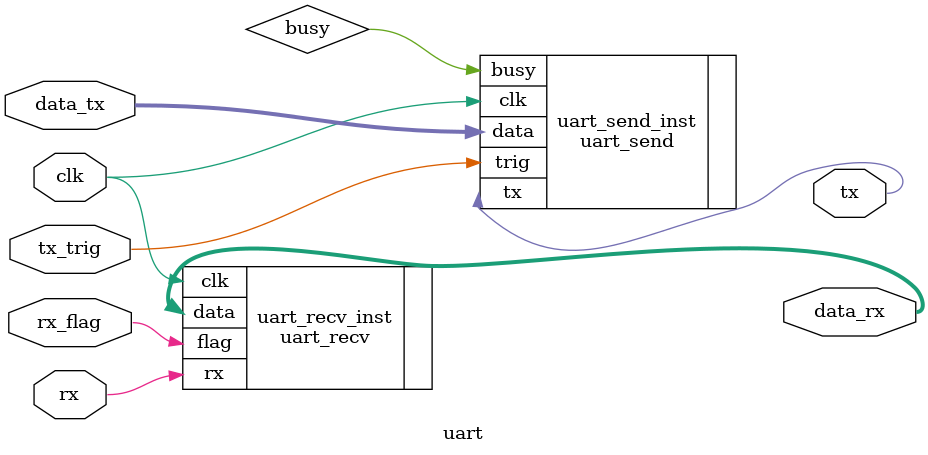
<source format=v>

module uart (
           //clock
           input  clk,

           //flags
           tx_trig,
           rx_flag,

           //data interface
           input[7:0] data_tx,
           output [7:0] data_rx,

           //interface
           output tx,
           input rx
       );
/////////////////////////////////////////////
// parameter and signals
/////////////////////////////////////////////
// parameter
parameter BandRate = 115200;
parameter InclkFreq = 50_000_000;

parameter ClkWidth = InclkFreq / BandRate / 2;
// regs or wires
reg serialClk = 0;
reg [15:0] serialClkCounter = 0;
/////////////////////////////////////////////
// main code
/////////////////////////////////////////////
// initial serial port clock
always @ (posedge clk) begin
    serialClkCounter <= (serialClkCounter == ClkWidth)? 0 : serialClkCounter + 1;
    serialClk <= (serialClkCounter == 0)? serialClk : ~serialClk;
end

//recv module
uart_recv uart_recv_inst(
              .clk(clk),

              .flag(rx_flag),

              //read
              .data(data_rx),
              .rx(rx)
          );

//send module
uart_send uart_send_inst(
              //clock
              .clk(clk),
              //in data
              .trig(tx_trig),
              .data(data_tx),
              //out data
              .busy(busy),
              .tx(tx)
          );

/////////////////////////////////////////////
// code end
/////////////////////////////////////////////
endmodule

</source>
